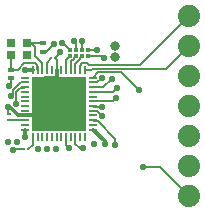
<source format=gbr>
G04 EAGLE Gerber X2 export*
%TF.Part,Single*%
%TF.FileFunction,Copper,L1,Top,Mixed*%
%TF.FilePolarity,Positive*%
%TF.GenerationSoftware,Autodesk,EAGLE,8.7.1*%
%TF.CreationDate,2018-04-15T23:48:00Z*%
G75*
%MOMM*%
%FSLAX34Y34*%
%LPD*%
%AMOC8*
5,1,8,0,0,1.08239X$1,22.5*%
G01*
%ADD10R,0.177800X0.254000*%
%ADD11C,1.879600*%
%ADD12R,0.750000X0.700000*%
%ADD13R,0.230000X0.680000*%
%ADD14R,4.600000X4.600000*%
%ADD15R,0.680000X0.230000*%
%ADD16R,0.350000X0.350000*%
%ADD17R,0.600000X0.400000*%
%ADD18R,0.300000X0.250000*%
%ADD19C,0.152400*%
%ADD20C,0.558800*%
%ADD21C,0.804800*%
%ADD22C,0.304800*%
%ADD23C,0.203200*%


D10*
X20480Y4641D03*
X17178Y4641D03*
X40117Y81766D03*
X43419Y81766D03*
D11*
X156400Y117800D03*
X156400Y92400D03*
X156400Y67000D03*
X156400Y41600D03*
X156400Y16200D03*
X156400Y-9200D03*
X156400Y-34600D03*
D12*
X19607Y84791D03*
X6107Y84791D03*
X6107Y94791D03*
X19607Y94791D03*
D13*
X24462Y14900D03*
D14*
X46462Y43500D03*
D13*
X28462Y14900D03*
X32462Y14900D03*
X36462Y14900D03*
X40462Y14900D03*
X44462Y14900D03*
X48462Y14900D03*
X52462Y14900D03*
X56462Y14900D03*
X60462Y14900D03*
X64462Y14900D03*
X68462Y14900D03*
D15*
X75062Y21500D03*
X75062Y25500D03*
X75062Y29500D03*
X75062Y33500D03*
X75062Y37500D03*
X75062Y41500D03*
X75062Y45500D03*
X75062Y49500D03*
X75062Y53500D03*
X75062Y57500D03*
X75062Y61500D03*
X75062Y65500D03*
D13*
X68462Y72100D03*
X64462Y72100D03*
X60462Y72100D03*
X56462Y72100D03*
X52462Y72100D03*
X48462Y72100D03*
X44462Y72100D03*
X40462Y72100D03*
X36462Y72100D03*
X32462Y72100D03*
X28462Y72100D03*
X24462Y72100D03*
D15*
X17862Y65500D03*
X17862Y61500D03*
X17862Y57500D03*
X17862Y53500D03*
X17862Y49500D03*
X17862Y45500D03*
X17862Y41500D03*
X17862Y37500D03*
X17862Y33500D03*
X17862Y29500D03*
X17862Y25500D03*
X17862Y21500D03*
D16*
X70739Y83796D03*
X65739Y83796D03*
X60739Y83796D03*
X55739Y83796D03*
X70739Y88796D03*
X65739Y88796D03*
X60739Y88796D03*
X55739Y88796D03*
D17*
X5860Y65313D03*
X5860Y72313D03*
X32624Y87440D03*
X32624Y94440D03*
D18*
X4016Y29337D03*
X4016Y34337D03*
D19*
X24462Y14900D02*
X24462Y8624D01*
X20480Y4641D01*
X36462Y72100D02*
X36462Y78112D01*
X40117Y81766D01*
X75062Y65500D02*
X79666Y70104D01*
X99060Y70104D02*
X114300Y54864D01*
D20*
X114300Y54864D03*
D19*
X99060Y70104D02*
X79666Y70104D01*
X23000Y94791D02*
X19607Y94791D01*
X23000Y94791D02*
X32273Y94791D01*
X32624Y94440D01*
X32462Y77538D02*
X32462Y72100D01*
X26000Y91791D02*
X23000Y94791D01*
X26000Y84000D02*
X32462Y77538D01*
X26000Y84000D02*
X26000Y91791D01*
X5860Y84544D02*
X5860Y72313D01*
X5860Y84544D02*
X6107Y84791D01*
X5860Y72313D02*
X11488Y72313D01*
X16707Y77532D01*
X26454Y77532D01*
X28018Y75968D01*
X28018Y72544D01*
X28462Y72100D01*
X64462Y72100D02*
X64462Y75572D01*
X115021Y76421D02*
X156400Y117800D01*
X71565Y76421D02*
X70454Y77532D01*
X71565Y76421D02*
X115021Y76421D01*
X66422Y77532D02*
X64462Y75572D01*
X66422Y77532D02*
X70454Y77532D01*
X68462Y72100D02*
X73624Y72100D01*
X74676Y73152D01*
X137152Y73152D01*
X156400Y92400D01*
X75814Y40749D02*
X75062Y41500D01*
X75814Y40749D02*
X82622Y40749D01*
D20*
X82622Y40749D03*
D19*
X92174Y45500D02*
X94674Y48000D01*
D20*
X94674Y48000D03*
D19*
X80549Y45500D02*
X75062Y45500D01*
X80549Y45500D02*
X80623Y45575D01*
X84621Y45575D01*
X84696Y45500D01*
X92174Y45500D01*
D20*
X96000Y57000D03*
D19*
X92500Y53500D01*
X75062Y53500D01*
X60462Y14900D02*
X60462Y9642D01*
X64008Y6096D02*
X67056Y6096D01*
D20*
X67056Y6096D03*
D19*
X64008Y6096D02*
X60462Y9642D01*
D20*
X82904Y32994D03*
D19*
X80494Y35404D02*
X80494Y35492D01*
X80494Y35404D02*
X82904Y32994D01*
X78486Y37500D02*
X75062Y37500D01*
X78486Y37500D02*
X80494Y35492D01*
X55739Y88796D02*
X50087Y94447D01*
X48895Y94447D01*
D20*
X48895Y94447D03*
D21*
X94250Y82682D03*
D20*
X3674Y11278D03*
D19*
X8097Y4641D02*
X17178Y4641D01*
X8097Y4641D02*
X7853Y4397D01*
D20*
X7853Y4397D03*
X35991Y4675D03*
X46462Y43500D03*
D19*
X4016Y34337D02*
X3500Y34853D01*
X3500Y40000D01*
D20*
X3500Y41000D03*
D19*
X3500Y40000D01*
X5860Y59860D02*
X5860Y65313D01*
X5860Y59860D02*
X4000Y58000D01*
D20*
X4000Y58000D03*
X44000Y25000D03*
D22*
X23000Y33500D02*
X17862Y33500D01*
X23000Y33500D02*
X23500Y34000D01*
X35000Y34000D02*
X44000Y25000D01*
X30000Y34000D02*
X23500Y34000D01*
X30000Y34000D02*
X35000Y34000D01*
X44462Y61462D02*
X44462Y65000D01*
X44462Y61462D02*
X44000Y61000D01*
X44462Y65000D02*
X44462Y72100D01*
X44462Y61462D02*
X44462Y45500D01*
X46462Y43500D01*
D19*
X35440Y87440D02*
X32624Y87440D01*
X35440Y87440D02*
X42000Y94000D01*
D20*
X42000Y94000D03*
X76340Y9192D03*
D22*
X38981Y36019D02*
X30000Y27038D01*
X30000Y25000D01*
D20*
X30000Y25000D03*
X55000Y25000D03*
D22*
X46462Y43500D02*
X39500Y43500D01*
X30000Y34000D01*
D20*
X30000Y34000D03*
D22*
X38981Y36019D02*
X46462Y43500D01*
D20*
X38981Y36019D03*
D22*
X35000Y65000D02*
X44462Y65000D01*
X35000Y65000D02*
X30000Y60000D01*
D20*
X30000Y60000D03*
X50000Y35000D03*
D19*
X43419Y81766D02*
X47752Y86100D01*
X47752Y86868D01*
D20*
X47752Y86868D03*
D19*
X44462Y80723D02*
X44462Y72100D01*
X44462Y80723D02*
X43419Y81766D01*
D22*
X17806Y33556D02*
X17862Y33500D01*
X5720Y40000D02*
X3500Y40000D01*
X12164Y33556D02*
X17806Y33556D01*
X12164Y33556D02*
X5720Y40000D01*
D21*
X94000Y92000D03*
D22*
X17862Y21500D02*
X17862Y15589D01*
X17529Y15255D01*
D20*
X17529Y15255D03*
X11301Y11363D03*
X29133Y4868D03*
X44000Y5000D03*
D22*
X24462Y72100D02*
X18100Y72100D01*
X18000Y72000D01*
D20*
X18000Y72000D03*
D22*
X75062Y21500D02*
X85113Y11450D01*
X85113Y9340D01*
D20*
X85113Y9340D03*
D19*
X17700Y29337D02*
X4016Y29337D01*
X17700Y29337D02*
X17862Y29500D01*
X52462Y14900D02*
X52462Y8538D01*
X55000Y6000D01*
D20*
X55000Y6000D03*
X94257Y8846D03*
D19*
X75881Y28682D02*
X75062Y29500D01*
X75881Y28682D02*
X79304Y28682D01*
X94257Y13730D01*
X94257Y8846D01*
D20*
X117638Y-10474D03*
D19*
X132274Y-10474D01*
X156400Y-34600D01*
D23*
X78636Y88796D02*
X70739Y88796D01*
X78636Y88796D02*
X78740Y88900D01*
D20*
X78740Y88900D03*
X82526Y65278D03*
D23*
X80748Y63500D01*
X80748Y63403D01*
X78845Y61500D01*
X75062Y61500D01*
D20*
X10398Y43225D03*
D19*
X17044Y56682D02*
X17862Y57500D01*
X17044Y56682D02*
X13621Y56682D01*
X10398Y53460D01*
X10398Y43225D01*
D20*
X65834Y96753D03*
D19*
X65739Y96658D01*
X65739Y88796D01*
D20*
X5572Y49951D03*
D19*
X7604Y51983D01*
X7604Y54666D02*
X14439Y61500D01*
X7604Y54666D02*
X7604Y51983D01*
X14439Y61500D02*
X17862Y61500D01*
D20*
X58976Y96869D03*
D19*
X60739Y95106D01*
X60739Y88796D01*
X52462Y80520D02*
X52462Y72100D01*
X52462Y80520D02*
X55739Y83796D01*
X56462Y79520D02*
X56462Y72100D01*
X56462Y79520D02*
X56957Y80014D01*
X58330Y80014D01*
X59521Y81204D01*
X59521Y82578D01*
X60739Y83796D01*
X64521Y82578D02*
X64521Y81204D01*
X64521Y82578D02*
X65739Y83796D01*
X60462Y77146D02*
X60462Y72100D01*
X60462Y77146D02*
X64521Y81204D01*
X75062Y57500D02*
X83998Y57500D01*
X91185Y64688D01*
D20*
X91185Y64688D03*
X84516Y82262D03*
D19*
X82982Y83796D01*
X70739Y83796D01*
M02*

</source>
